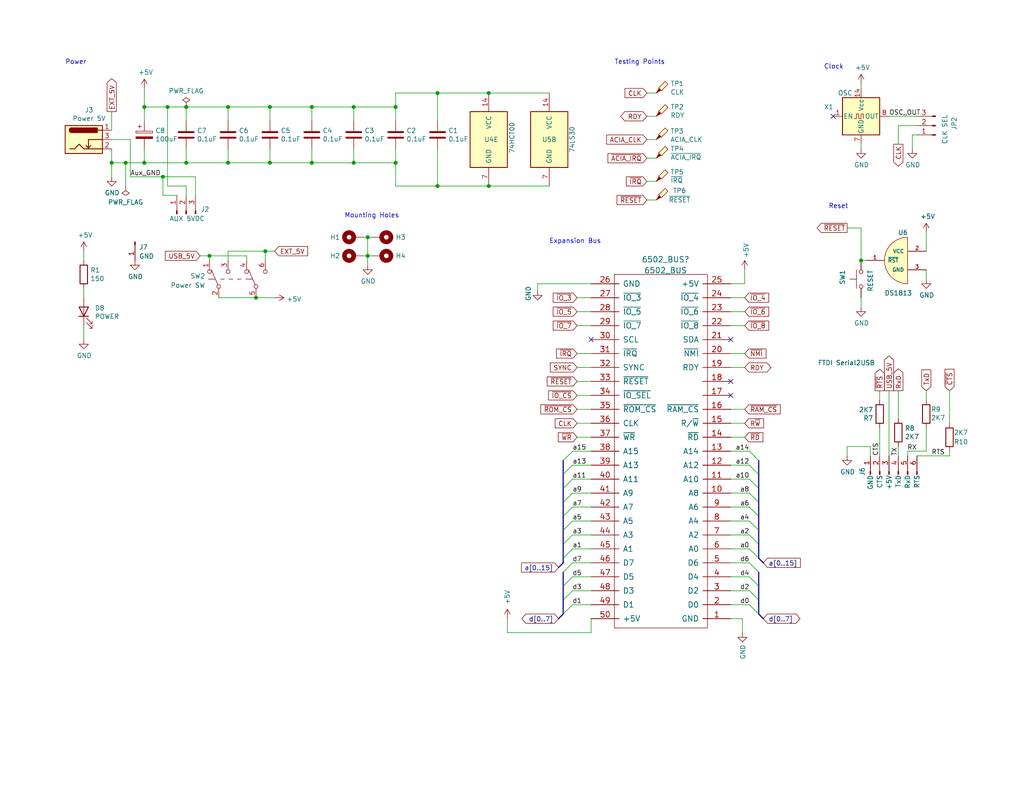
<source format=kicad_sch>
(kicad_sch (version 20211123) (generator eeschema)
  (paper "USLetter")
  (title_block (title "YAsixfive02 SBC") (date "2022-11-04") (rev "1.6.2") (company "(c) Mariano Luna"))
  (lib_symbols
    (symbol "6502_Bus:6502_BUS" (pin_names (offset 1.016))
      (property "Reference" "6502_BUS" (at 34.29 50.8 0))
      (property "Value" "6502_BUS" (at 35.56 -7.62 90))
      (symbol "6502_BUS_1_1"
        (pin power_in line (at 53.34 -45.72 180) (length 7.62) (name "GND") (number "1"))
        (pin bidirectional line (at 53.34 -11.43 180) (length 7.62) (name "A8") (number "10"))
        (pin bidirectional line (at 53.34 -7.62 180) (length 7.62) (name "A10") (number "11"))
        (pin bidirectional line (at 53.34 -3.81 180) (length 7.62) (name "A12") (number "12"))
        (pin bidirectional line (at 53.34 0 180) (length 7.62) (name "A14") (number "13"))
        (pin bidirectional line (at 53.34 3.81 180) (length 7.62) (name "~{RD}") (number "14"))
        (pin bidirectional line (at 53.34 7.62 180) (length 7.62) (name "R/~{W}") (number "15"))
        (pin output line (at 53.34 11.43 180) (length 7.62) (name "~{RAM_CS}") (number "16"))
        (pin bidirectional line (at 53.34 15.24 180) (length 7.62) (name "") (number "17"))
        (pin bidirectional line (at 53.34 19.05 180) (length 7.62) (name "") (number "18"))
        (pin bidirectional line (at 53.34 22.86 180) (length 7.62) (name "RDY") (number "19"))
        (pin bidirectional line (at 53.34 -41.91 180) (length 7.62) (name "D0") (number "2"))
        (pin input line (at 53.34 26.67 180) (length 7.62) (name "~{NMI}") (number "20"))
        (pin bidirectional line (at 53.34 30.48 180) (length 7.62) (name "SDA") (number "21"))
        (pin bidirectional line (at 53.34 34.29 180) (length 7.62) (name "~{IO_8}") (number "22"))
        (pin bidirectional line (at 53.34 38.1 180) (length 7.62) (name "~{IO_6}") (number "23"))
        (pin bidirectional line (at 53.34 41.91 180) (length 7.62) (name "~{IO_4}") (number "24"))
        (pin power_in line (at 53.34 45.72 180) (length 7.62) (name "+5V") (number "25"))
        (pin power_in line (at 15.24 45.72 0) (length 7.62) (name "GND") (number "26"))
        (pin bidirectional line (at 15.24 41.91 0) (length 7.62) (name "~{IO_3}") (number "27"))
        (pin bidirectional line (at 15.24 38.1 0) (length 7.62) (name "~{IO_5}") (number "28"))
        (pin bidirectional line (at 15.24 34.29 0) (length 7.62) (name "~{IO_7}") (number "29"))
        (pin bidirectional line (at 53.34 -38.1 180) (length 7.62) (name "D2") (number "3"))
        (pin bidirectional line (at 15.24 30.48 0) (length 7.62) (name "SCL") (number "30"))
        (pin input line (at 15.24 26.67 0) (length 7.62) (name "~{IRQ}") (number "31"))
        (pin input line (at 15.24 22.86 0) (length 7.62) (name "SYNC") (number "32"))
        (pin bidirectional line (at 15.24 19.05 0) (length 7.62) (name "~{RESET}") (number "33"))
        (pin output line (at 15.24 15.24 0) (length 7.62) (name "~{IO_SEL}") (number "34"))
        (pin output line (at 15.24 11.43 0) (length 7.62) (name "~{ROM_CS}") (number "35"))
        (pin output line (at 15.24 7.62 0) (length 7.62) (name "CLK") (number "36"))
        (pin output line (at 15.24 3.81 0) (length 7.62) (name "~{WR}") (number "37"))
        (pin bidirectional line (at 15.24 0 0) (length 7.62) (name "A15") (number "38"))
        (pin bidirectional line (at 15.24 -3.81 0) (length 7.62) (name "A13") (number "39"))
        (pin bidirectional line (at 53.34 -34.29 180) (length 7.62) (name "D4") (number "4"))
        (pin bidirectional line (at 15.24 -7.62 0) (length 7.62) (name "A11") (number "40"))
        (pin bidirectional line (at 15.24 -11.43 0) (length 7.62) (name "A9") (number "41"))
        (pin bidirectional line (at 15.24 -15.24 0) (length 7.62) (name "A7") (number "42"))
        (pin bidirectional line (at 15.24 -19.05 0) (length 7.62) (name "A5") (number "43"))
        (pin bidirectional line (at 15.24 -22.86 0) (length 7.62) (name "A3") (number "44"))
        (pin bidirectional line (at 15.24 -26.67 0) (length 7.62) (name "A1") (number "45"))
        (pin bidirectional line (at 15.24 -30.48 0) (length 7.62) (name "D7") (number "46"))
        (pin bidirectional line (at 15.24 -34.29 0) (length 7.62) (name "D5") (number "47"))
        (pin bidirectional line (at 15.24 -38.1 0) (length 7.62) (name "D3") (number "48"))
        (pin bidirectional line (at 15.24 -41.91 0) (length 7.62) (name "D1") (number "49"))
        (pin bidirectional line (at 53.34 -30.48 180) (length 7.62) (name "D6") (number "5"))
        (pin power_in line (at 15.24 -45.72 0) (length 7.62) (name "+5V") (number "50"))
        (pin bidirectional line (at 53.34 -26.67 180) (length 7.62) (name "A0") (number "6"))
        (pin bidirectional line (at 53.34 -22.86 180) (length 7.62) (name "A2") (number "7"))
        (pin bidirectional line (at 53.34 -19.05 180) (length 7.62) (name "A4") (number "8"))
        (pin bidirectional line (at 53.34 -15.24 180) (length 7.62) (name "A6") (number "9"))
      )
    )
    (symbol "74xx:74HCT00" (pin_names (offset 1.016))
      (property "Reference" "U" (at 0 1.27 0))
      (property "Value" "74HCT00" (at 0 -1.27 0))
      (symbol "74HCT00_1_1"
        (pin input line (at -7.62 2.54 0) (length 3.81) (name "~") (number "1"))
        (pin input line (at -7.62 -2.54 0) (length 3.81) (name "~") (number "2"))
        (pin output inverted (at 7.62 0 180) (length 3.81) (name "~") (number "3"))
      )
      (symbol "74HCT00_1_2"
        (pin input inverted (at -7.62 2.54 0) (length 4.318) (name "~") (number "1"))
        (pin input inverted (at -7.62 -2.54 0) (length 4.318) (name "~") (number "2"))
        (pin output line (at 7.62 0 180) (length 3.81) (name "~") (number "3"))
      )
      (symbol "74HCT00_2_1"
        (pin input line (at -7.62 2.54 0) (length 3.81) (name "~") (number "4"))
        (pin input line (at -7.62 -2.54 0) (length 3.81) (name "~") (number "5"))
        (pin output inverted (at 7.62 0 180) (length 3.81) (name "~") (number "6"))
      )
      (symbol "74HCT00_2_2"
        (pin input inverted (at -7.62 2.54 0) (length 4.318) (name "~") (number "4"))
        (pin input inverted (at -7.62 -2.54 0) (length 4.318) (name "~") (number "5"))
        (pin output line (at 7.62 0 180) (length 3.81) (name "~") (number "6"))
      )
      (symbol "74HCT00_3_1"
        (pin input line (at -7.62 -2.54 0) (length 3.81) (name "~") (number "10"))
        (pin output inverted (at 7.62 0 180) (length 3.81) (name "~") (number "8"))
        (pin input line (at -7.62 2.54 0) (length 3.81) (name "~") (number "9"))
      )
      (symbol "74HCT00_3_2"
        (pin input inverted (at -7.62 -2.54 0) (length 4.318) (name "~") (number "10"))
        (pin output line (at 7.62 0 180) (length 3.81) (name "~") (number "8"))
        (pin input inverted (at -7.62 2.54 0) (length 4.318) (name "~") (number "9"))
      )
      (symbol "74HCT00_4_1"
        (pin output inverted (at 7.62 0 180) (length 3.81) (name "~") (number "11"))
        (pin input line (at -7.62 2.54 0) (length 3.81) (name "~") (number "12"))
        (pin input line (at -7.62 -2.54 0) (length 3.81) (name "~") (number "13"))
      )
      (symbol "74HCT00_4_2"
        (pin output line (at 7.62 0 180) (length 3.81) (name "~") (number "11"))
        (pin input inverted (at -7.62 2.54 0) (length 4.318) (name "~") (number "12"))
        (pin input inverted (at -7.62 -2.54 0) (length 4.318) (name "~") (number "13"))
      )
      (symbol "74HCT00_5_0"
        (pin power_in line (at 0 12.7 270) (length 5.08) (name "VCC") (number "14"))
        (pin power_in line (at 0 -12.7 90) (length 5.08) (name "GND") (number "7"))
      )
    )
    (symbol "74xx:74LS30" (pin_names (offset 1.016))
      (property "Reference" "U" (at 0 1.27 0))
      (property "Value" "74LS30" (at 0 -1.27 0))
      (symbol "74LS30_1_1"
        (pin input line (at -7.62 7.62 0) (length 3.81) (name "~") (number "1"))
        (pin input line (at -7.62 -7.62 0) (length 3.81) (name "~") (number "11"))
        (pin input line (at -7.62 -10.16 0) (length 3.81) (name "~") (number "12"))
        (pin input line (at -7.62 5.08 0) (length 3.81) (name "~") (number "2"))
        (pin input line (at -7.62 2.54 0) (length 3.81) (name "~") (number "3"))
        (pin input line (at -7.62 0 0) (length 3.81) (name "~") (number "4"))
        (pin input line (at -7.62 -2.54 0) (length 3.81) (name "~") (number "5"))
        (pin input line (at -7.62 -5.08 0) (length 3.81) (name "~") (number "6"))
        (pin output inverted (at 7.62 0 180) (length 3.81) (name "~") (number "8"))
      )
      (symbol "74LS30_1_2"
        (pin input inverted (at -7.62 7.62 0) (length 3.81) (name "~") (number "1"))
        (pin input inverted (at -7.62 -7.62 0) (length 3.81) (name "~") (number "11"))
        (pin input inverted (at -7.62 -10.16 0) (length 3.81) (name "~") (number "12"))
        (pin input inverted (at -7.62 5.08 0) (length 3.81) (name "~") (number "2"))
        (pin input inverted (at -7.62 2.54 0) (length 4.5466) (name "~") (number "3"))
        (pin input inverted (at -7.62 0 0) (length 5.08) (name "~") (number "4"))
        (pin input inverted (at -7.62 -2.54 0) (length 4.5466) (name "~") (number "5"))
        (pin input inverted (at -7.62 -5.08 0) (length 3.81) (name "~") (number "6"))
        (pin output line (at 7.62 0 180) (length 3.81) (name "~") (number "8"))
      )
      (symbol "74LS30_2_0"
        (pin power_in line (at 0 12.7 270) (length 5.08) (name "VCC") (number "14"))
        (pin power_in line (at 0 -12.7 90) (length 5.08) (name "GND") (number "7"))
      )
    )
    (symbol "Connector:Barrel_Jack_Switch" (pin_names hide)
      (property "Reference" "J" (at 0 5.334 0))
      (property "Value" "Barrel_Jack_Switch" (at 0 -5.08 0))
      (symbol "Barrel_Jack_Switch_1_1"
        (pin passive line (at 7.62 2.54 180) (length 2.54) (name "~") (number "1"))
        (pin passive line (at 7.62 -2.54 180) (length 2.54) (name "~") (number "2"))
        (pin passive line (at 7.62 0 180) (length 2.54) (name "~") (number "3"))
      )
    )
    (symbol "Connector:Conn_01x01_Male" (pin_names (offset 1.016) hide)
      (property "Reference" "J" (at 0 2.54 0))
      (property "Value" "Conn_01x01_Male" (at 0 -2.54 0))
      (symbol "Conn_01x01_Male_1_1"
        (pin passive line (at 5.08 0 180) (length 3.81) (name "Pin_1") (number "1"))
      )
    )
    (symbol "Connector:Conn_01x03_Male" (pin_names (offset 1.016) hide)
      (property "Reference" "J" (at 0 5.08 0))
      (property "Value" "Conn_01x03_Male" (at 0 -5.08 0))
      (symbol "Conn_01x03_Male_1_1"
        (pin passive line (at 5.08 2.54 180) (length 3.81) (name "Pin_1") (number "1"))
        (pin passive line (at 5.08 0 180) (length 3.81) (name "Pin_2") (number "2"))
        (pin passive line (at 5.08 -2.54 180) (length 3.81) (name "Pin_3") (number "3"))
      )
    )
    (symbol "Connector:TestPoint_Probe" (pin_numbers hide) (pin_names (offset 0.762) hide)
      (property "Reference" "TP" (at 1.651 5.842 0))
      (property "Value" "TestPoint_Probe" (at 1.651 4.064 0))
      (symbol "TestPoint_Probe_1_1"
        (pin passive line (at 0 0 90) (length 0) (name "1") (number "1"))
      )
    )
    (symbol "Device:C" (pin_numbers hide) (pin_names (offset 0.254))
      (property "Reference" "C" (at 0.635 2.54 0))
      (property "Value" "C" (at 0.635 -2.54 0))
      (symbol "C_1_1"
        (pin passive line (at 0 3.81 270) (length 2.794) (name "~") (number "1"))
        (pin passive line (at 0 -3.81 90) (length 2.794) (name "~") (number "2"))
      )
    )
    (symbol "Device:LED" (pin_numbers hide) (pin_names (offset 1.016) hide)
      (property "Reference" "D" (at 0 2.54 0))
      (property "Value" "LED" (at 0 -2.54 0))
      (symbol "LED_1_1"
        (pin passive line (at -3.81 0 0) (length 2.54) (name "K") (number "1"))
        (pin passive line (at 3.81 0 180) (length 2.54) (name "A") (number "2"))
      )
    )
    (symbol "Device:R" (pin_numbers hide) (pin_names (offset 0))
      (property "Reference" "R" (at 2.032 0 90))
      (property "Value" "R" (at 0 0 90))
      (symbol "R_1_1"
        (pin passive line (at 0 3.81 270) (length 1.27) (name "~") (number "1"))
        (pin passive line (at 0 -3.81 90) (length 1.27) (name "~") (number "2"))
      )
    )
    (symbol "Mechanical:MountingHole_Pad" (pin_numbers hide) (pin_names (offset 1.016) hide)
      (property "Reference" "H" (at 0 6.35 0))
      (property "Value" "MountingHole_Pad" (at 0 4.445 0))
      (symbol "MountingHole_Pad_1_1"
        (pin input line (at 0 -2.54 90) (length 2.54) (name "1") (number "1"))
      )
    )
    (symbol "Oscillator:CXO_DIP14" (pin_names (offset 0.254))
      (property "Reference" "X" (at -5.08 6.35 0))
      (property "Value" "CXO_DIP14" (at 1.27 -6.35 0))
      (symbol "CXO_DIP14_1_1"
        (pin input line (at -7.62 0 0) (length 2.54) (name "EN") (number "1"))
        (pin power_in line (at 0 7.62 270) (length 2.54) (name "Vcc") (number "14"))
        (pin power_in line (at 0 -7.62 90) (length 2.54) (name "GND") (number "7"))
        (pin output line (at 7.62 0 180) (length 2.54) (name "OUT") (number "8"))
      )
    )
    (symbol "Switch:SW_Push" (pin_numbers hide) (pin_names (offset 1.016) hide)
      (property "Reference" "SW" (at 1.27 2.54 0))
      (property "Value" "SW_Push" (at 0 -1.524 0))
      (symbol "SW_Push_0_1"
        (pin passive line (at -5.08 0 0) (length 2.54) (name "1") (number "1"))
        (pin passive line (at 5.08 0 180) (length 2.54) (name "2") (number "2"))
      )
    )
    (symbol "Switch:SW_Push_DPDT" (pin_names (offset 0) hide)
      (property "Reference" "SW" (at 0 8.89 0))
      (property "Value" "SW_Push_DPDT" (at 0 -10.16 0))
      (symbol "SW_Push_DPDT_1_1"
        (pin passive line (at 5.08 7.62 180) (length 2.54) (name "A") (number "1"))
        (pin passive line (at -5.08 5.08 0) (length 2.54) (name "B") (number "2"))
        (pin passive line (at 5.08 2.54 180) (length 2.54) (name "C") (number "3"))
        (pin passive line (at 5.08 -2.54 180) (length 2.54) (name "A") (number "4"))
        (pin passive line (at -5.08 -5.08 0) (length 2.54) (name "B") (number "5"))
        (pin passive line (at 5.08 -7.62 180) (length 2.54) (name "C") (number "6"))
      )
    )
    (symbol "YAsixtyfive02-rescue:CP-Device" (pin_numbers hide) (pin_names (offset 0.254))
      (property "Reference" "C" (at 0.635 2.54 0))
      (property "Value" "CP-Device" (at 0.635 -2.54 0))
      (symbol "CP-Device_1_1"
        (pin passive line (at 0 3.81 270) (length 2.794) (name "~") (number "1"))
        (pin passive line (at 0 -3.81 90) (length 2.794) (name "~") (number "2"))
      )
    )
    (symbol "YAsixtyfive02-rescue:DS1813-10-DS1813-10" (pin_names (offset 1.016))
      (property "Reference" "U" (at -1.27 10.16 0))
      (property "Value" "DS1813-10-DS1813-10" (at -5.08 7.62 0))
      (symbol "DS1813-10-DS1813-10_0_0"
        (pin bidirectional line (at -8.89 0 0) (length 5.0038) (name "~{RST}") (number "1"))
        (pin power_in line (at 7.62 2.54 180) (length 5.0038) (name "VCC") (number "2"))
        (pin power_in line (at 7.62 -2.54 180) (length 5.0038) (name "GND") (number "3"))
      )
    )
    (symbol "YAsixtyfive02-rescue:FTDI_Conn_01x06_Male-Connector" (pin_names (offset 1.397))
      (property "Reference" "J" (at 0 7.62 0))
      (property "Value" "FTDI_Conn_01x06_Male-Connector" (at 0 -10.16 0))
      (symbol "FTDI_Conn_01x06_Male-Connector_1_1"
        (pin passive line (at 5.08 5.08 180) (length 3.81) (name "GND") (number "1"))
        (pin input line (at 5.08 2.54 180) (length 3.81) (name "CTS") (number "2"))
        (pin passive line (at 5.08 0 180) (length 3.81) (name "+5V") (number "3"))
        (pin output line (at 5.08 -2.54 180) (length 3.81) (name "TxD") (number "4"))
        (pin input line (at 5.08 -5.08 180) (length 3.81) (name "RxD") (number "5"))
        (pin output line (at 5.08 -7.62 180) (length 3.81) (name "RTS") (number "6"))
      )
    )
    (symbol "power:+5V" (power) (pin_names (offset 0))
      (property "Value" "+5V" (at 0 3.556 0))
      (symbol "+5V_1_1"
        (pin power_in line (at 0 0 90) (length 0) hide (name "+5V") (number "1"))
      )
    )
    (symbol "power:GND" (power) (pin_names (offset 0))
      (property "Value" "GND" (at 0 -3.81 0))
      (symbol "GND_1_1"
        (pin power_in line (at 0 0 270) (length 0) hide (name "GND") (number "1"))
      )
    )
    (symbol "power:PWR_FLAG" (power) (pin_numbers hide) (pin_names (offset 0) hide)
      (property "Value" "PWR_FLAG" (at 0 3.81 0))
      (symbol "PWR_FLAG_0_0"
        (pin power_out line (at 0 0 90) (length 0) (name "pwr") (number "1"))
      )
    )
  )
  (junction (at 62.23 29.21))
  (junction (at 73.66 44.45))
  (junction (at 45.72 29.21))
  (junction (at 107.95 44.45))
  (junction (at 30.48 44.45))
  (junction (at 72.39 68.58))
  (junction (at 107.95 29.21))
  (junction (at 96.52 29.21))
  (junction (at 85.09 29.21))
  (junction (at 62.23 44.45))
  (junction (at 119.38 50.8))
  (junction (at 100.33 64.77))
  (junction (at 133.35 50.8))
  (junction (at 50.8 44.45))
  (junction (at 133.35 25.4))
  (junction (at 119.38 25.4))
  (junction (at 73.66 29.21))
  (junction (at 69.85 81.28))
  (junction (at 57.15 69.85))
  (junction (at 85.09 44.45))
  (junction (at 34.29 44.45))
  (junction (at 234.95 71.12))
  (junction (at 44.45 48.26))
  (junction (at 96.52 44.45))
  (junction (at 39.37 29.21))
  (junction (at 39.37 44.45))
  (junction (at 50.8 29.21))
  (junction (at 100.33 69.85))
  (no_connect (at 199.39 107.95))
  (no_connect (at 227.33 31.75))
  (no_connect (at 199.39 104.14))
  (no_connect (at 199.39 92.71))
  (no_connect (at 161.29 92.71))
  (bus_entry (at 153.67 152.4) (size 2.54 -2.54))
  (bus_entry (at 156.21 165.1) (size -2.54 2.54))
  (bus_entry (at 207.01 125.73) (size -2.54 -2.54))
  (bus_entry (at 207.01 152.4) (size -2.54 -2.54))
  (bus_entry (at 207.01 144.78) (size -2.54 -2.54))
  (bus_entry (at 156.21 161.29) (size -2.54 2.54))
  (bus_entry (at 156.21 134.62) (size -2.54 2.54))
  (bus_entry (at 207.01 133.35) (size -2.54 -2.54))
  (bus_entry (at 207.01 140.97) (size -2.54 -2.54))
  (bus_entry (at 156.21 157.48) (size -2.54 2.54))
  (bus_entry (at 207.01 163.83) (size -2.54 -2.54))
  (bus_entry (at 207.01 129.54) (size -2.54 -2.54))
  (bus_entry (at 207.01 148.59) (size -2.54 -2.54))
  (bus_entry (at 156.21 123.19) (size -2.54 2.54))
  (bus_entry (at 207.01 137.16) (size -2.54 -2.54))
  (bus_entry (at 156.21 138.43) (size -2.54 2.54))
  (bus_entry (at 156.21 153.67) (size -2.54 2.54))
  (bus_entry (at 207.01 156.21) (size -2.54 -2.54))
  (bus_entry (at 156.21 142.24) (size -2.54 2.54))
  (bus_entry (at 156.21 127) (size -2.54 2.54))
  (bus_entry (at 207.01 167.64) (size -2.54 -2.54))
  (bus_entry (at 207.01 160.02) (size -2.54 -2.54))
  (bus_entry (at 156.21 130.81) (size -2.54 2.54))
  (bus_entry (at 156.21 146.05) (size -2.54 2.54))
  (wire (pts (xy 199.39 111.76) (xy 203.2 111.76)))
  (wire (pts (xy 204.47 142.24) (xy 199.39 142.24)))
  (wire (pts (xy 203.2 96.52) (xy 199.39 96.52)))
  (wire (pts (xy 236.22 71.12) (xy 234.95 71.12)))
  (wire (pts (xy 179.07 49.53) (xy 176.53 49.53)))
  (wire (pts (xy 176.53 38.1) (xy 179.07 38.1)))
  (wire (pts (xy 96.52 33.02) (xy 96.52 29.21)))
  (wire (pts (xy 39.37 40.64) (xy 39.37 44.45)))
  (wire (pts (xy 100.33 64.77) (xy 101.6 64.77)))
  (wire (pts (xy 50.8 50.8) (xy 50.8 53.34)))
  (wire (pts (xy 245.11 106.68) (xy 245.11 114.3)))
  (wire (pts (xy 149.86 50.8) (xy 133.35 50.8)))
  (wire (pts (xy 161.29 172.72) (xy 161.29 168.91)))
  (wire (pts (xy 179.07 25.4) (xy 176.53 25.4)))
  (wire (pts (xy 250.19 124.46) (xy 259.08 124.46)))
  (wire (pts (xy 73.66 44.45) (xy 62.23 44.45)))
  (bus (pts (xy 153.67 125.73) (xy 153.67 129.54)))
  (wire (pts (xy 100.33 64.77) (xy 100.33 69.85)))
  (wire (pts (xy 73.66 29.21) (xy 62.23 29.21)))
  (wire (pts (xy 57.15 71.12) (xy 57.15 69.85)))
  (wire (pts (xy 73.66 33.02) (xy 73.66 29.21)))
  (wire (pts (xy 156.21 134.62) (xy 161.29 134.62)))
  (wire (pts (xy 234.95 81.28) (xy 234.95 83.82)))
  (wire (pts (xy 39.37 24.13) (xy 39.37 29.21)))
  (wire (pts (xy 199.39 100.33) (xy 203.2 100.33)))
  (wire (pts (xy 107.95 40.64) (xy 107.95 44.45)))
  (wire (pts (xy 138.43 172.72) (xy 138.43 168.91)))
  (wire (pts (xy 156.21 165.1) (xy 161.29 165.1)))
  (wire (pts (xy 85.09 44.45) (xy 73.66 44.45)))
  (wire (pts (xy 62.23 40.64) (xy 62.23 44.45)))
  (wire (pts (xy 199.39 138.43) (xy 204.47 138.43)))
  (wire (pts (xy 204.47 157.48) (xy 199.39 157.48)))
  (wire (pts (xy 72.39 68.58) (xy 72.39 71.12)))
  (wire (pts (xy 203.2 115.57) (xy 199.39 115.57)))
  (wire (pts (xy 107.95 29.21) (xy 107.95 33.02)))
  (wire (pts (xy 237.49 121.92) (xy 231.14 121.92)))
  (wire (pts (xy 99.06 64.77) (xy 100.33 64.77)))
  (wire (pts (xy 240.03 106.68) (xy 240.03 109.22)))
  (wire (pts (xy 73.66 40.64) (xy 73.66 44.45)))
  (wire (pts (xy 234.95 62.23) (xy 234.95 71.12)))
  (bus (pts (xy 207.01 129.54) (xy 207.01 133.35)))
  (wire (pts (xy 156.21 138.43) (xy 161.29 138.43)))
  (wire (pts (xy 35.56 48.26) (xy 44.45 48.26)))
  (wire (pts (xy 62.23 44.45) (xy 50.8 44.45)))
  (wire (pts (xy 85.09 40.64) (xy 85.09 44.45)))
  (wire (pts (xy 252.73 68.58) (xy 252.73 63.5)))
  (bus (pts (xy 207.01 144.78) (xy 207.01 148.59)))
  (wire (pts (xy 34.29 44.45) (xy 34.29 50.8)))
  (wire (pts (xy 85.09 33.02) (xy 85.09 29.21)))
  (wire (pts (xy 50.8 33.02) (xy 50.8 29.21)))
  (wire (pts (xy 30.48 44.45) (xy 30.48 48.26)))
  (bus (pts (xy 207.01 156.21) (xy 207.01 160.02)))
  (bus (pts (xy 153.67 160.02) (xy 153.67 163.83)))
  (wire (pts (xy 156.21 130.81) (xy 161.29 130.81)))
  (wire (pts (xy 237.49 121.92) (xy 237.49 124.46)))
  (wire (pts (xy 22.86 88.9) (xy 22.86 92.71)))
  (wire (pts (xy 252.73 73.66) (xy 252.73 76.2)))
  (wire (pts (xy 245.11 34.29) (xy 245.11 39.37)))
  (wire (pts (xy 199.39 146.05) (xy 204.47 146.05)))
  (wire (pts (xy 30.48 35.56) (xy 30.48 30.48)))
  (wire (pts (xy 119.38 50.8) (xy 107.95 50.8)))
  (bus (pts (xy 207.01 163.83) (xy 207.01 167.64)))
  (wire (pts (xy 53.34 48.26) (xy 44.45 48.26)))
  (wire (pts (xy 96.52 29.21) (xy 85.09 29.21)))
  (wire (pts (xy 35.56 38.1) (xy 35.56 48.26)))
  (wire (pts (xy 203.2 88.9) (xy 199.39 88.9)))
  (wire (pts (xy 54.61 69.85) (xy 57.15 69.85)))
  (wire (pts (xy 62.23 71.12) (xy 62.23 68.58)))
  (wire (pts (xy 59.69 81.28) (xy 69.85 81.28)))
  (wire (pts (xy 259.08 124.46) (xy 259.08 123.19)))
  (wire (pts (xy 179.07 43.18) (xy 176.53 43.18)))
  (bus (pts (xy 153.67 133.35) (xy 153.67 137.16)))
  (wire (pts (xy 62.23 29.21) (xy 50.8 29.21)))
  (wire (pts (xy 85.09 29.21) (xy 73.66 29.21)))
  (wire (pts (xy 199.39 119.38) (xy 203.2 119.38)))
  (wire (pts (xy 30.48 38.1) (xy 35.56 38.1)))
  (wire (pts (xy 199.39 77.47) (xy 203.2 77.47)))
  (bus (pts (xy 153.67 156.21) (xy 153.67 160.02)))
  (wire (pts (xy 161.29 111.76) (xy 157.48 111.76)))
  (wire (pts (xy 161.29 142.24) (xy 156.21 142.24)))
  (wire (pts (xy 231.14 62.23) (xy 234.95 62.23)))
  (wire (pts (xy 100.33 72.39) (xy 100.33 69.85)))
  (bus (pts (xy 153.67 129.54) (xy 153.67 133.35)))
  (wire (pts (xy 204.47 130.81) (xy 199.39 130.81)))
  (wire (pts (xy 45.72 29.21) (xy 39.37 29.21)))
  (wire (pts (xy 204.47 149.86) (xy 199.39 149.86)))
  (wire (pts (xy 161.29 149.86) (xy 156.21 149.86)))
  (wire (pts (xy 57.15 69.85) (xy 67.31 69.85)))
  (wire (pts (xy 45.72 50.8) (xy 50.8 50.8)))
  (wire (pts (xy 247.65 123.19) (xy 252.73 123.19)))
  (wire (pts (xy 30.48 40.64) (xy 30.48 44.45)))
  (wire (pts (xy 156.21 161.29) (xy 161.29 161.29)))
  (wire (pts (xy 231.14 121.92) (xy 231.14 124.46)))
  (wire (pts (xy 157.48 115.57) (xy 161.29 115.57)))
  (wire (pts (xy 96.52 29.21) (xy 107.95 29.21)))
  (wire (pts (xy 199.39 161.29) (xy 204.47 161.29)))
  (wire (pts (xy 133.35 50.8) (xy 119.38 50.8)))
  (wire (pts (xy 204.47 165.1) (xy 199.39 165.1)))
  (bus (pts (xy 207.01 148.59) (xy 207.01 152.4)))
  (wire (pts (xy 203.2 81.28) (xy 199.39 81.28)))
  (bus (pts (xy 207.01 140.97) (xy 207.01 144.78)))
  (wire (pts (xy 62.23 68.58) (xy 72.39 68.58)))
  (wire (pts (xy 250.19 36.83) (xy 248.92 36.83)))
  (bus (pts (xy 207.01 137.16) (xy 207.01 140.97)))
  (wire (pts (xy 50.8 44.45) (xy 39.37 44.45)))
  (wire (pts (xy 107.95 50.8) (xy 107.95 44.45)))
  (wire (pts (xy 202.565 168.91) (xy 199.39 168.91)))
  (bus (pts (xy 153.67 153.67) (xy 152.4 154.94)))
  (wire (pts (xy 248.92 36.83) (xy 248.92 40.64)))
  (wire (pts (xy 96.52 40.64) (xy 96.52 44.45)))
  (wire (pts (xy 107.95 29.21) (xy 107.95 25.4)))
  (wire (pts (xy 44.45 48.26) (xy 44.45 53.34)))
  (wire (pts (xy 149.86 25.4) (xy 133.35 25.4)))
  (wire (pts (xy 146.685 77.47) (xy 161.29 77.47)))
  (wire (pts (xy 96.52 44.45) (xy 85.09 44.45)))
  (wire (pts (xy 242.57 106.68) (xy 242.57 124.46)))
  (wire (pts (xy 161.29 100.33) (xy 157.48 100.33)))
  (wire (pts (xy 204.47 153.67) (xy 199.39 153.67)))
  (wire (pts (xy 107.95 25.4) (xy 119.38 25.4)))
  (bus (pts (xy 153.67 163.83) (xy 153.67 167.64)))
  (wire (pts (xy 34.29 44.45) (xy 30.48 44.45)))
  (wire (pts (xy 157.48 88.9) (xy 161.29 88.9)))
  (wire (pts (xy 100.33 69.85) (xy 101.6 69.85)))
  (wire (pts (xy 234.95 24.13) (xy 234.95 22.86)))
  (wire (pts (xy 202.565 168.91) (xy 202.565 172.72)))
  (wire (pts (xy 176.53 54.61) (xy 179.07 54.61)))
  (wire (pts (xy 157.48 85.09) (xy 161.29 85.09)))
  (bus (pts (xy 153.67 152.4) (xy 153.67 153.67)))
  (wire (pts (xy 204.47 134.62) (xy 199.39 134.62)))
  (wire (pts (xy 67.31 69.85) (xy 67.31 71.12)))
  (wire (pts (xy 252.73 123.19) (xy 252.73 116.84)))
  (wire (pts (xy 176.53 31.75) (xy 179.07 31.75)))
  (wire (pts (xy 247.65 124.46) (xy 247.65 123.19)))
  (wire (pts (xy 22.86 71.12) (xy 22.86 68.58)))
  (wire (pts (xy 161.29 157.48) (xy 156.21 157.48)))
  (wire (pts (xy 234.95 39.37) (xy 234.95 40.64)))
  (wire (pts (xy 157.48 107.95) (xy 161.29 107.95)))
  (bus (pts (xy 207.01 167.64) (xy 208.28 168.91)))
  (wire (pts (xy 240.03 116.84) (xy 240.03 124.46)))
  (wire (pts (xy 259.08 115.57) (xy 259.08 106.68)))
  (wire (pts (xy 203.2 77.47) (xy 203.2 73.66)))
  (wire (pts (xy 119.38 40.64) (xy 119.38 50.8)))
  (bus (pts (xy 153.67 144.78) (xy 153.67 148.59)))
  (bus (pts (xy 207.01 125.73) (xy 207.01 129.54)))
  (wire (pts (xy 39.37 44.45) (xy 34.29 44.45)))
  (bus (pts (xy 153.67 148.59) (xy 153.67 152.4)))
  (wire (pts (xy 50.8 29.21) (xy 45.72 29.21)))
  (wire (pts (xy 146.685 79.375) (xy 146.685 77.47)))
  (wire (pts (xy 74.93 81.28) (xy 69.85 81.28)))
  (wire (pts (xy 119.38 25.4) (xy 119.38 33.02)))
  (wire (pts (xy 157.48 119.38) (xy 161.29 119.38)))
  (wire (pts (xy 50.8 40.64) (xy 50.8 44.45)))
  (wire (pts (xy 138.43 172.72) (xy 161.29 172.72)))
  (wire (pts (xy 157.48 104.14) (xy 161.29 104.14)))
  (wire (pts (xy 157.48 81.28) (xy 161.29 81.28)))
  (wire (pts (xy 157.48 96.52) (xy 161.29 96.52)))
  (bus (pts (xy 153.67 137.16) (xy 153.67 140.97)))
  (wire (pts (xy 156.21 146.05) (xy 161.29 146.05)))
  (wire (pts (xy 242.57 31.75) (xy 250.19 31.75)))
  (wire (pts (xy 204.47 127) (xy 199.39 127)))
  (wire (pts (xy 99.06 69.85) (xy 100.33 69.85)))
  (wire (pts (xy 39.37 33.02) (xy 39.37 29.21)))
  (wire (pts (xy 53.34 48.26) (xy 53.34 53.34)))
  (wire (pts (xy 44.45 53.34) (xy 48.26 53.34)))
  (wire (pts (xy 204.47 123.19) (xy 199.39 123.19)))
  (bus (pts (xy 153.67 140.97) (xy 153.67 144.78)))
  (wire (pts (xy 22.86 78.74) (xy 22.86 81.28)))
  (bus (pts (xy 207.01 160.02) (xy 207.01 163.83)))
  (wire (pts (xy 245.11 124.46) (xy 245.11 121.92)))
  (wire (pts (xy 45.72 29.21) (xy 45.72 50.8)))
  (bus (pts (xy 207.01 152.4) (xy 208.28 153.67)))
  (wire (pts (xy 252.73 106.68) (xy 252.73 109.22)))
  (wire (pts (xy 119.38 25.4) (xy 133.35 25.4)))
  (wire (pts (xy 250.19 34.29) (xy 245.11 34.29)))
  (wire (pts (xy 107.95 44.45) (xy 96.52 44.45)))
  (wire (pts (xy 74.93 68.58) (xy 72.39 68.58)))
  (bus (pts (xy 152.4 168.91) (xy 153.67 167.64)))
  (wire (pts (xy 156.21 127) (xy 161.29 127)))
  (bus (pts (xy 207.01 133.35) (xy 207.01 137.16)))
  (wire (pts (xy 156.21 123.19) (xy 161.29 123.19)))
  (wire (pts (xy 62.23 33.02) (xy 62.23 29.21)))
  (wire (pts (xy 156.21 153.67) (xy 161.29 153.67)))
  (wire (pts (xy 203.2 85.09) (xy 199.39 85.09)))
  (text "Power" (at 17.78 17.78 0) (effects (font (size 1.27 1.27)) (justify left bottom)))
  (text "Clock" (at 224.79 19.05 0) (effects (font (size 1.27 1.27)) (justify left bottom)))
  (text "Expansion Bus" (at 149.86 66.675 0) (effects (font (size 1.27 1.27)) (justify left bottom)))
  (text "Testing Points" (at 167.64 17.78 0) (effects (font (size 1.27 1.27)) (justify left bottom)))
  (text "Reset" (at 226.06 57.15 0) (effects (font (size 1.27 1.27)) (justify left bottom)))
  (text "Mounting Holes" (at 93.98 59.69 0) (effects (font (size 1.27 1.27)) (justify left bottom)))
  (label "a12" (at 204.47 127 180))
  (label "a3" (at 156.21 146.05 0))
  (label "a1" (at 156.21 149.86 0))
  (label "Aux_GND" (at 35.56 48.26 0))
  (label "a11" (at 156.21 130.81 0))
  (label "OSC_OUT" (at 242.57 31.75 0))
  (label "a0" (at 204.47 149.86 180))
  (label "TX" (at 245.11 124.46 90))
  (label "a6" (at 204.47 138.43 180))
  (label "a14" (at 204.47 123.19 180))
  (label "d1" (at 158.75 165.1 180))
  (label "d0" (at 201.93 165.1 0))
  (label "d3" (at 158.75 161.29 180))
  (label "a7" (at 156.21 138.43 0))
  (label "CTS" (at 240.03 124.46 90))
  (label "a10" (at 204.47 130.81 180))
  (label "a4" (at 204.47 142.24 180))
  (label "RX" (at 250.19 123.19 180))
  (label "d4" (at 201.93 157.48 0))
  (label "d5" (at 158.75 157.48 180))
  (label "d6" (at 201.93 153.67 0))
  (label "d2" (at 201.93 161.29 0))
  (label "a8" (at 204.47 134.62 180))
  (label "a13" (at 156.21 127 0))
  (label "a5" (at 156.21 142.24 0))
  (label "a2" (at 204.47 146.05 180))
  (label "RTS" (at 257.81 124.46 180))
  (label "a15" (at 156.21 123.19 0))
  (label "a9" (at 156.21 134.62 0))
  (label "d7" (at 158.75 153.67 180))
  (global_label "USB_5V" (shape output) (at 242.57 106.68 90) (property "Intersheet References" "${INTERSHEET_REFS}" (effects hide)))
  (global_label "~{CTS}" (shape input) (at 259.08 106.68 90) (property "Intersheet References" "${INTERSHEET_REFS}" (effects hide)))
  (global_label "ACIA_CLK" (shape input) (at 176.53 38.1 180) (property "Intersheet References" "${INTERSHEET_REFS}" (effects hide)))
  (global_label "CLK" (shape output) (at 245.11 39.37 270) (property "Intersheet References" "${INTERSHEET_REFS}" (effects hide)))
  (global_label "USB_5V" (shape input) (at 54.61 69.85 180) (property "Intersheet References" "${INTERSHEET_REFS}" (effects hide)))
  (global_label "EXT_5V" (shape output) (at 30.48 30.48 90) (property "Intersheet References" "${INTERSHEET_REFS}" (effects hide)))
  (global_label "~{RESET}" (shape output) (at 231.14 62.23 180) (property "Intersheet References" "${INTERSHEET_REFS}" (effects hide)))
  (global_label "~{RAM_CS}" (shape input) (at 203.2 111.76 0) (property "Intersheet References" "${INTERSHEET_REFS}" (effects hide)))
  (global_label "~{IRQ}" (shape input) (at 176.53 49.53 180) (property "Intersheet References" "${INTERSHEET_REFS}" (effects hide)))
  (global_label "~{IO_7}" (shape input) (at 157.48 88.9 180) (property "Intersheet References" "${INTERSHEET_REFS}" (effects hide)))
  (global_label "~{NMI}" (shape input) (at 203.2 96.52 0) (property "Intersheet References" "${INTERSHEET_REFS}" (effects hide)))
  (global_label "~{WR}" (shape input) (at 157.48 119.38 180) (property "Intersheet References" "${INTERSHEET_REFS}" (effects hide)))
  (global_label "~{IO_5}" (shape input) (at 157.48 85.09 180) (property "Intersheet References" "${INTERSHEET_REFS}" (effects hide)))
  (global_label "R~{W}" (shape input) (at 203.2 115.57 0) (property "Intersheet References" "${INTERSHEET_REFS}" (effects hide)))
  (global_label "a[0..15]" (shape input) (at 208.28 153.67 0) (property "Intersheet References" "${INTERSHEET_REFS}" (effects hide)))
  (global_label "d[0..7]" (shape bidirectional) (at 208.28 168.91 0) (property "Intersheet References" "${INTERSHEET_REFS}" (effects hide)))
  (global_label "~{ROM_CS}" (shape input) (at 157.48 111.76 180) (property "Intersheet References" "${INTERSHEET_REFS}" (effects hide)))
  (global_label "CLK" (shape input) (at 157.48 115.57 180) (property "Intersheet References" "${INTERSHEET_REFS}" (effects hide)))
  (global_label "RDY" (shape bidirectional) (at 176.53 31.75 180) (property "Intersheet References" "${INTERSHEET_REFS}" (effects hide)))
  (global_label "RDY" (shape bidirectional) (at 203.2 100.33 0) (property "Intersheet References" "${INTERSHEET_REFS}" (effects hide)))
  (global_label "EXT_5V" (shape input) (at 74.93 68.58 0) (property "Intersheet References" "${INTERSHEET_REFS}" (effects hide)))
  (global_label "~{RTS}" (shape output) (at 240.03 106.68 90) (property "Intersheet References" "${INTERSHEET_REFS}" (effects hide)))
  (global_label "d[0..7]" (shape bidirectional) (at 152.4 168.91 180) (property "Intersheet References" "${INTERSHEET_REFS}" (effects hide)))
  (global_label "a[0..15]" (shape input) (at 152.4 154.94 180) (property "Intersheet References" "${INTERSHEET_REFS}" (effects hide)))
  (global_label "SYNC" (shape input) (at 157.48 100.33 180) (property "Intersheet References" "${INTERSHEET_REFS}" (effects hide)))
  (global_label "~{IO_4}" (shape input) (at 203.2 81.28 0) (property "Intersheet References" "${INTERSHEET_REFS}" (effects hide)))
  (global_label "CLK" (shape input) (at 176.53 25.4 180) (property "Intersheet References" "${INTERSHEET_REFS}" (effects hide)))
  (global_label "RxD" (shape output) (at 245.11 106.68 90) (property "Intersheet References" "${INTERSHEET_REFS}" (effects hide)))
  (global_label "~{IO_CS}" (shape input) (at 157.48 107.95 180) (property "Intersheet References" "${INTERSHEET_REFS}" (effects hide)))
  (global_label "~{IO_3}" (shape input) (at 157.48 81.28 180) (property "Intersheet References" "${INTERSHEET_REFS}" (effects hide)))
  (global_label "~{IO_8}" (shape input) (at 203.2 88.9 0) (property "Intersheet References" "${INTERSHEET_REFS}" (effects hide)))
  (global_label "~{RD}" (shape input) (at 203.2 119.38 0) (property "Intersheet References" "${INTERSHEET_REFS}" (effects hide)))
  (global_label "~{ACIA_IRQ}" (shape input) (at 176.53 43.18 180) (property "Intersheet References" "${INTERSHEET_REFS}" (effects hide)))
  (global_label "~{IRQ}" (shape input) (at 157.48 96.52 180) (property "Intersheet References" "${INTERSHEET_REFS}" (effects hide)))
  (global_label "~{IO_6}" (shape input) (at 203.2 85.09 0) (property "Intersheet References" "${INTERSHEET_REFS}" (effects hide)))
  (global_label "TxD" (shape input) (at 252.73 106.68 90) (property "Intersheet References" "${INTERSHEET_REFS}" (effects hide)))
  (global_label "~{RESET}" (shape input) (at 157.48 104.14 180) (property "Intersheet References" "${INTERSHEET_REFS}" (effects hide)))
  (global_label "~{RESET}" (shape input) (at 176.53 54.61 180) (property "Intersheet References" "${INTERSHEET_REFS}" (effects hide)))
  (symbol (lib_id "Switch:SW_Push_DPDT") (at 64.77 76.2 90) (unit 1)
    (property "Reference" "SW2" (at 56.0071 75.3653 90) (effects (justify left)))
    (property "Value" "Power SW" (at 56.0071 77.9022 90) (effects (justify left)))
    (property "Footprint" "Button_Switch_THT:SW_NKK_GW12LJP" (effects hide))
  )
  (symbol (lib_id "Connector:Conn_01x03_Male") (at 50.8 58.42 90) (unit 1)
    (property "Reference" "J2" (at 57.15 57.15 90) (effects (justify left)))
    (property "Value" "AUX 5VDC" (at 55.88 59.69 90) (effects (justify left)))
    (property "Footprint" "Connector_PinHeader_2.54mm:PinHeader_1x03_P2.54mm_Vertical" (effects hide))
  )
  (symbol (lib_id "power:PWR_FLAG") (at 50.8 29.21 0) (unit 1)
    (property "Reference" "#FLG01" (effects hide))
    (property "Value" "PWR_FLAG" (at 50.8 24.8158 0))
  )
  (symbol (lib_id "power:GND") (at 248.92 40.64 0) (unit 1)
    (property "Reference" "#PWR028" (effects hide))
    (property "Value" "GND" (at 249.047 45.0342 0))
  )
  (symbol (lib_id "Connector:Conn_01x01_Male") (at 36.83 66.04 270) (unit 1)
    (property "Reference" "J7" (at 37.9476 67.4624 90) (effects (justify left)))
    (property "Value" "GND" (at 37.9476 69.9516 90) (effects (justify left)))
    (property "Footprint" "Connector_PinHeader_2.54mm:PinHeader_1x01_P2.54mm_Vertical" (effects hide))
  )
  (symbol (lib_id "power:+5V") (at 22.86 68.58 0) (unit 1)
    (property "Reference" "#PWR011" (effects hide))
    (property "Value" "+5V" (at 23.241 64.1858 0))
  )
  (symbol (lib_id "power:GND") (at 231.14 124.46 0) (unit 1)
    (property "Reference" "#PWR020" (effects hide))
    (property "Value" "GND" (at 231.267 128.8542 0))
  )
  (symbol (lib_id "power:GND") (at 234.95 40.64 0) (unit 1)
    (property "Reference" "#PWR06" (effects hide))
    (property "Value" "GND" (at 235.077 45.0342 0))
  )
  (symbol (lib_id "Switch:SW_Push") (at 234.95 76.2 90) (unit 1)
    (property "Reference" "SW1" (at 229.87 73.66 0) (effects (justify right)))
    (property "Value" "RESET" (at 237.49 73.66 0) (effects (justify right)))
    (property "Footprint" "Button_Switch_THT:SW_PUSH_6mm_H5mm" (effects hide))
  )
  (symbol (lib_id "YAsixtyfive02-rescue:FTDI_Conn_01x06_Male-Connector") (at 242.57 129.54 90) (unit 1)
    (property "Reference" "J6" (at 235.2548 129.9464 0) (effects (justify left)))
    (property "Value" "FTDI Serial2USB" (at 238.76 99.06 90) (effects (justify left)))
    (property "Footprint" "Connector_PinHeader_2.54mm:PinHeader_1x06_P2.54mm_Vertical" (effects hide))
  )
  (symbol (lib_id "Mechanical:MountingHole_Pad") (at 104.14 69.85 270) (unit 1)
    (property "Reference" "H4" (at 107.95 69.85 90) (effects (justify left)))
    (property "Value" "MNT" (effects hide))
    (property "Footprint" "MountingHole:MountingHole_3.2mm_M3_DIN965_Pad_TopBottom" (effects hide))
  )
  (symbol (lib_id "power:+5V") (at 39.37 24.13 0) (unit 1)
    (property "Reference" "#PWR016" (effects hide))
    (property "Value" "+5V" (at 39.751 19.7358 0))
  )
  (symbol (lib_id "Connector:TestPoint_Probe") (at 179.07 38.1 0) (unit 1)
    (property "Reference" "TP3" (at 182.88 35.7886 0) (effects (justify left)))
    (property "Value" "ACIA_CLK" (at 182.88 38.1 0) (effects (justify left)))
    (property "Footprint" "TestPoint:TestPoint_THTPad_1.0x1.0mm_Drill0.5mm" (effects hide))
  )
  (symbol (lib_id "power:GND") (at 146.685 79.375 0) (unit 1)
    (property "Reference" "#PWR025" (effects hide))
    (property "Value" "GND" (at 144.145 78.105 90) (effects (justify right)))
  )
  (symbol (lib_id "Connector:TestPoint_Probe") (at 179.07 25.4 0) (unit 1)
    (property "Reference" "TP1" (at 182.9308 22.8346 0) (effects (justify left)))
    (property "Value" "CLK" (at 182.9308 25.146 0) (effects (justify left)))
    (property "Footprint" "TestPoint:TestPoint_THTPad_1.0x1.0mm_Drill0.5mm" (effects hide))
  )
  (symbol (lib_id "power:GND") (at 30.48 48.26 0) (unit 1)
    (property "Reference" "#PWR017" (effects hide))
    (property "Value" "GND" (at 30.607 52.6542 0))
  )
  (symbol (lib_id "power:PWR_FLAG") (at 34.29 50.8 180) (unit 1)
    (property "Reference" "#FLG02" (effects hide))
    (property "Value" "PWR_FLAG" (at 34.29 55.1942 0))
  )
  (symbol (lib_id "Connector:TestPoint_Probe") (at 179.07 54.61 0) (unit 1)
    (property "Reference" "TP6" (at 185.42 52.07 0))
    (property "Value" "~{RESET}" (at 185.42 54.61 0))
    (property "Footprint" "TestPoint:TestPoint_THTPad_1.0x1.0mm_Drill0.5mm" (effects hide))
  )
  (symbol (lib_id "Connector:TestPoint_Probe") (at 179.07 43.18 0) (unit 1)
    (property "Reference" "TP4" (at 182.9308 40.6146 0) (effects (justify left)))
    (property "Value" "~{ACIA_IRQ}" (at 182.9308 42.926 0) (effects (justify left)))
    (property "Footprint" "TestPoint:TestPoint_THTPad_1.0x1.0mm_Drill0.5mm" (effects hide))
  )
  (symbol (lib_id "Device:R") (at 240.03 113.03 180) (unit 1)
    (property "Reference" "R7" (at 238.252 114.1984 0) (effects (justify left)))
    (property "Value" "2K7" (at 238.252 111.887 0) (effects (justify left)))
    (property "Footprint" "Resistor_THT:R_Axial_DIN0207_L6.3mm_D2.5mm_P10.16mm_Horizontal" (effects hide))
  )
  (symbol (lib_id "Mechanical:MountingHole_Pad") (at 104.14 64.77 270) (unit 1)
    (property "Reference" "H3" (at 107.95 64.77 90) (effects (justify left)))
    (property "Value" "MNT" (effects hide))
    (property "Footprint" "MountingHole:MountingHole_3.2mm_M3_DIN965_Pad_TopBottom" (effects hide))
  )
  (symbol (lib_id "Mechanical:MountingHole_Pad") (at 96.52 69.85 90) (unit 1)
    (property "Reference" "H2" (at 91.44 69.85 90))
    (property "Value" "MNT" (effects hide))
    (property "Footprint" "MountingHole:MountingHole_3.2mm_M3_DIN965_Pad_TopBottom" (effects hide))
  )
  (symbol (lib_id "Device:C") (at 73.66 36.83 0) (unit 1)
    (property "Reference" "C5" (at 76.581 35.6616 0) (effects (justify left)))
    (property "Value" "0.1uF" (at 76.581 37.973 0) (effects (justify left)))
    (property "Footprint" "Capacitor_THT:C_Disc_D4.3mm_W1.9mm_P5.00mm" (effects hide))
  )
  (symbol (lib_id "74xx:74HCT00") (at 133.35 38.1 0) (unit 5)
    (property "Reference" "U4" (at 132.08 38.1 0) (effects (justify left)))
    (property "Value" "74HCT00" (at 139.7 41.91 90) (effects (justify left)))
    (property "Footprint" "Package_DIP:DIP-14_W7.62mm_Socket_LongPads" (effects hide))
    (property "Datasheet" "http://www.ti.com/lit/gpn/sn74hct00" (effects hide))
  )
  (symbol (lib_id "6502_Bus:6502_BUS") (at 146.05 123.19 0) (unit 1)
    (property "Reference" "6502_BUS?" (at 181.61 70.8459 0) (effects (font (size 1.524 1.524))))
    (property "Value" "6502_BUS" (at 181.61 73.8393 0) (effects (font (size 1.524 1.524))))
  )
  (symbol (lib_id "YAsixtyfive02-rescue:CP-Device") (at 39.37 36.83 0) (unit 1)
    (property "Reference" "C8" (at 42.3672 35.6616 0) (effects (justify left)))
    (property "Value" "100uF" (at 42.3672 37.973 0) (effects (justify left)))
    (property "Footprint" "Capacitor_THT:CP_Radial_D6.3mm_P2.50mm" (effects hide))
  )
  (symbol (lib_id "Device:C") (at 50.8 36.83 0) (unit 1)
    (property "Reference" "C7" (at 53.721 35.6616 0) (effects (justify left)))
    (property "Value" "0.1uF" (at 53.721 37.973 0) (effects (justify left)))
    (property "Footprint" "Capacitor_THT:C_Disc_D4.3mm_W1.9mm_P5.00mm" (effects hide))
  )
  (symbol (lib_id "power:GND") (at 36.83 71.12 0) (unit 1)
    (property "Reference" "#PWR013" (effects hide))
    (property "Value" "GND" (at 36.957 75.5142 0))
  )
  (symbol (lib_id "Connector:TestPoint_Probe") (at 179.07 49.53 0) (unit 1)
    (property "Reference" "TP5" (at 182.9308 46.9646 0) (effects (justify left)))
    (property "Value" "~{IRQ}" (at 182.9308 49.276 0) (effects (justify left)))
    (property "Footprint" "TestPoint:TestPoint_THTPad_1.0x1.0mm_Drill0.5mm" (effects hide))
  )
  (symbol (lib_id "Device:C") (at 107.95 36.83 0) (unit 1)
    (property "Reference" "C2" (at 110.871 35.6616 0) (effects (justify left)))
    (property "Value" "0.1uF" (at 110.871 37.973 0) (effects (justify left)))
    (property "Footprint" "Capacitor_THT:C_Disc_D4.3mm_W1.9mm_P5.00mm" (effects hide))
  )
  (symbol (lib_id "Connector:Barrel_Jack_Switch") (at 22.86 38.1 0) (unit 1)
    (property "Reference" "J3" (at 24.3078 30.0482 0))
    (property "Value" "Power 5V" (at 24.3078 32.3596 0))
    (property "Footprint" "Connector_BarrelJack:BarrelJack_Horizontal" (effects hide))
  )
  (symbol (lib_id "Device:C") (at 119.38 36.83 0) (unit 1)
    (property "Reference" "C1" (at 122.301 35.6616 0) (effects (justify left)))
    (property "Value" "0.1uF" (at 122.301 37.973 0) (effects (justify left)))
    (property "Footprint" "Capacitor_THT:C_Disc_D4.3mm_W1.9mm_P5.00mm" (effects hide))
  )
  (symbol (lib_id "power:+5V") (at 138.43 168.91 0) (unit 1)
    (property "Reference" "#PWR024" (effects hide))
    (property "Value" "+5V" (at 138.43 165.1 90) (effects (justify left)))
  )
  (symbol (lib_id "power:+5V") (at 252.73 63.5 0) (unit 1)
    (property "Reference" "#PWR022" (effects hide))
    (property "Value" "+5V" (at 253.111 59.1058 0))
  )
  (symbol (lib_id "Device:C") (at 96.52 36.83 0) (unit 1)
    (property "Reference" "C3" (at 99.441 35.6616 0) (effects (justify left)))
    (property "Value" "0.1uF" (at 99.441 37.973 0) (effects (justify left)))
    (property "Footprint" "Capacitor_THT:C_Disc_D4.3mm_W1.9mm_P5.00mm" (effects hide))
  )
  (symbol (lib_id "Mechanical:MountingHole_Pad") (at 96.52 64.77 90) (unit 1)
    (property "Reference" "H1" (at 91.44 64.77 90))
    (property "Value" "MNT" (effects hide))
    (property "Footprint" "MountingHole:MountingHole_3.2mm_M3_DIN965_Pad_TopBottom" (effects hide))
  )
  (symbol (lib_id "power:+5V") (at 234.95 22.86 0) (unit 1)
    (property "Reference" "#PWR05" (effects hide))
    (property "Value" "+5V" (at 235.331 18.4658 0))
  )
  (symbol (lib_id "Device:C") (at 85.09 36.83 0) (unit 1)
    (property "Reference" "C4" (at 88.011 35.6616 0) (effects (justify left)))
    (property "Value" "0.1uF" (at 88.011 37.973 0) (effects (justify left)))
    (property "Footprint" "Capacitor_THT:C_Disc_D4.3mm_W1.9mm_P5.00mm" (effects hide))
  )
  (symbol (lib_id "Device:R") (at 245.11 118.11 0) (unit 1)
    (property "Reference" "R8" (at 246.888 116.9416 0) (effects (justify left)))
    (property "Value" "2K7" (at 246.888 119.253 0) (effects (justify left)))
    (property "Footprint" "Resistor_THT:R_Axial_DIN0207_L6.3mm_D2.5mm_P10.16mm_Horizontal" (effects hide))
  )
  (symbol (lib_id "Device:LED") (at 22.86 85.09 90) (unit 1)
    (property "Reference" "D8" (at 25.8572 84.0994 90) (effects (justify right)))
    (property "Value" "POWER" (at 25.8572 86.4108 90) (effects (justify right)))
    (property "Footprint" "LED_THT:LED_D3.0mm" (effects hide))
  )
  (symbol (lib_id "power:GND") (at 234.95 83.82 0) (unit 1)
    (property "Reference" "#PWR021" (effects hide))
    (property "Value" "GND" (at 235.077 88.2142 0))
  )
  (symbol (lib_id "power:GND") (at 202.565 172.72 0) (unit 1)
    (property "Reference" "#PWR026" (effects hide))
    (property "Value" "GND" (at 202.692 175.9712 90) (effects (justify right)))
  )
  (symbol (lib_id "power:GND") (at 22.86 92.71 0) (unit 1)
    (property "Reference" "#PWR012" (effects hide))
    (property "Value" "GND" (at 22.987 97.1042 0))
  )
  (symbol (lib_id "power:GND") (at 100.33 72.39 0) (unit 1)
    (property "Reference" "#PWR015" (effects hide))
    (property "Value" "GND" (at 100.457 76.7842 0))
  )
  (symbol (lib_id "power:+5V") (at 74.93 81.28 270) (unit 1)
    (property "Reference" "#PWR014" (effects hide))
    (property "Value" "+5V" (at 78.1812 81.661 90) (effects (justify left)))
  )
  (symbol (lib_id "Device:R") (at 252.73 113.03 0) (unit 1)
    (property "Reference" "R9" (at 254 111.76 0) (effects (justify left)))
    (property "Value" "2K7" (at 254 114.0714 0) (effects (justify left)))
    (property "Footprint" "Resistor_THT:R_Axial_DIN0207_L6.3mm_D2.5mm_P10.16mm_Horizontal" (effects hide))
  )
  (symbol (lib_id "power:GND") (at 252.73 76.2 0) (unit 1)
    (property "Reference" "#PWR023" (effects hide))
    (property "Value" "GND" (at 252.857 80.5942 0))
  )
  (symbol (lib_id "74xx:74LS30") (at 149.86 38.1 0) (unit 2)
    (property "Reference" "U5" (at 149.86 38.1 0))
    (property "Value" "74LS30" (at 156.1029 38.1 90))
    (property "Footprint" "Package_DIP:DIP-14_W7.62mm_Socket_LongPads" (effects hide))
    (property "Datasheet" "http://www.ti.com/lit/gpn/sn74LS30" (effects hide))
  )
  (symbol (lib_id "Device:C") (at 62.23 36.83 0) (unit 1)
    (property "Reference" "C6" (at 65.151 35.6616 0) (effects (justify left)))
    (property "Value" "0.1uF" (at 65.151 37.973 0) (effects (justify left)))
    (property "Footprint" "Capacitor_THT:C_Disc_D4.3mm_W1.9mm_P5.00mm" (effects hide))
  )
  (symbol (lib_id "power:+5V") (at 203.2 73.66 0) (unit 1)
    (property "Reference" "#PWR027" (effects hide))
    (property "Value" "+5V" (at 203.581 70.4088 90) (effects (justify left)))
  )
  (symbol (lib_id "Device:R") (at 259.08 119.38 180) (unit 1)
    (property "Reference" "R10" (at 264.16 120.65 0) (effects (justify left)))
    (property "Value" "2K7" (at 264.16 118.11 0) (effects (justify left)))
    (property "Footprint" "Resistor_THT:R_Axial_DIN0207_L6.3mm_D2.5mm_P10.16mm_Horizontal" (effects hide))
  )
  (symbol (lib_id "YAsixtyfive02-rescue:DS1813-10-DS1813-10") (at 245.11 71.12 0) (unit 1)
    (property "Reference" "U6" (at 246.38 63.5 0))
    (property "Value" "DS1813" (at 245.11 80.01 0))
    (property "Footprint" "Package_TO_SOT_THT:TO-92" (effects hide))
    (property "VENDOR" "MAXIM" (effects hide))
    (property "MANUFACTURER_PART_NUMBER" "ds181315+" (effects hide))
  )
  (symbol (lib_id "Connector:TestPoint_Probe") (at 179.07 31.75 0) (unit 1)
    (property "Reference" "TP2" (at 182.9308 29.1846 0) (effects (justify left)))
    (property "Value" "RDY" (at 182.9308 31.496 0) (effects (justify left)))
    (property "Footprint" "TestPoint:TestPoint_THTPad_1.0x1.0mm_Drill0.5mm" (effects hide))
  )
  (symbol (lib_id "Oscillator:CXO_DIP14") (at 234.95 31.75 0) (unit 1)
    (property "Reference" "X1" (at 224.79 29.21 0) (effects (justify left)))
    (property "Value" "OSC" (at 228.6 25.4 0) (effects (justify left)))
    (property "Footprint" "Oscillator:Oscillator_DIP-14" (effects hide))
    (property "Datasheet" "http://cdn-reichelt.de/documents/datenblatt/B400/OSZI.pdf" (effects hide))
  )
  (symbol (lib_id "Device:R") (at 22.86 74.93 0) (unit 1)
    (property "Reference" "R1" (at 24.638 73.7616 0) (effects (justify left)))
    (property "Value" "150" (at 24.638 76.073 0) (effects (justify left)))
    (property "Footprint" "Resistor_THT:R_Axial_DIN0207_L6.3mm_D2.5mm_P10.16mm_Horizontal" (effects hide))
  )
  (symbol (lib_id "Connector:Conn_01x03_Male") (at 255.27 34.29 180) (unit 1)
    (property "Reference" "JP2" (at 260.35 35.56 90) (effects (justify right)))
    (property "Value" "CLK SEL" (at 257.81 39.37 90) (effects (justify right)))
    (property "Footprint" "Connector_PinHeader_2.54mm:PinHeader_1x03_P2.54mm_Vertical" (effects hide))
  )
)
</source>
